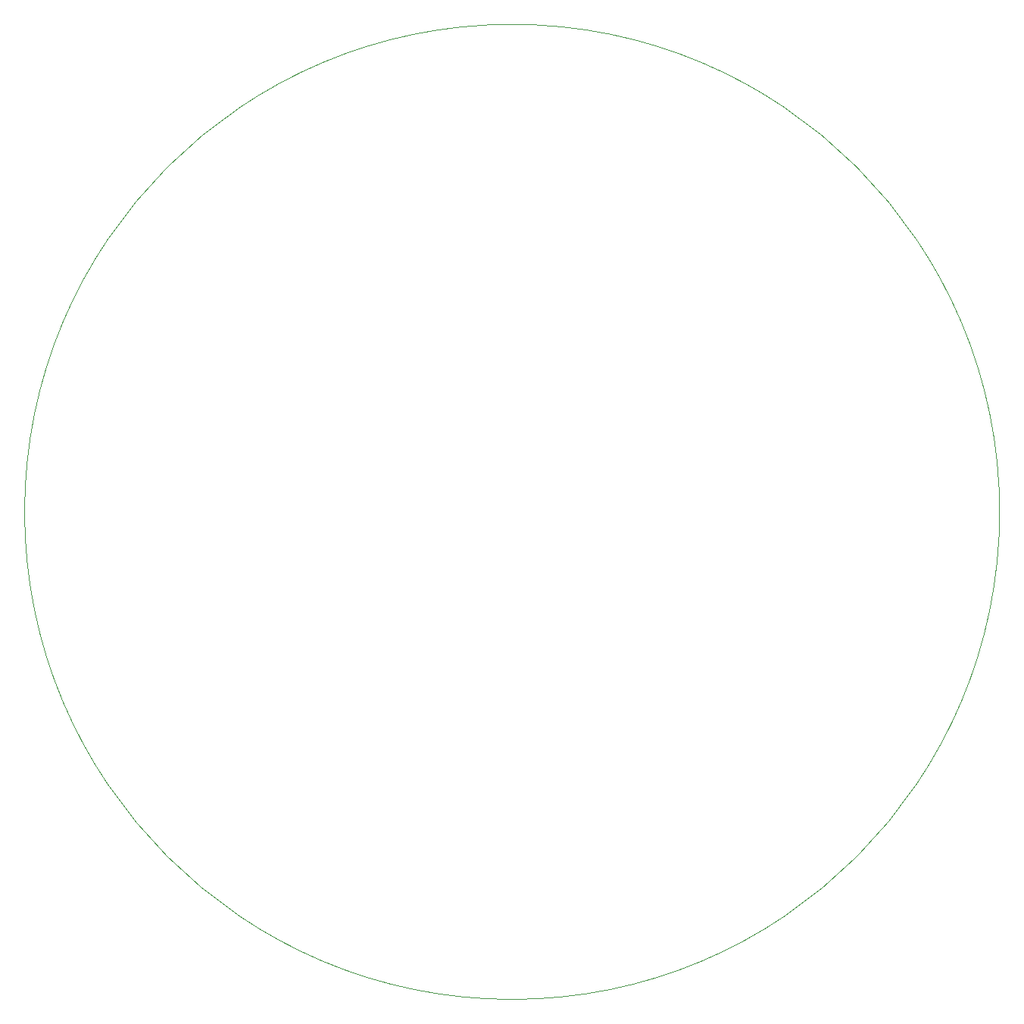
<source format=gm1>
G04 #@! TF.GenerationSoftware,KiCad,Pcbnew,(5.1.4)-1*
G04 #@! TF.CreationDate,2020-07-01T14:45:24+05:30*
G04 #@! TF.ProjectId,ClockTimer2,436c6f63-6b54-4696-9d65-72322e6b6963,rev?*
G04 #@! TF.SameCoordinates,Original*
G04 #@! TF.FileFunction,Profile,NP*
%FSLAX46Y46*%
G04 Gerber Fmt 4.6, Leading zero omitted, Abs format (unit mm)*
G04 Created by KiCad (PCBNEW (5.1.4)-1) date 2020-07-01 14:45:24*
%MOMM*%
%LPD*%
G04 APERTURE LIST*
%ADD10C,0.050000*%
G04 APERTURE END LIST*
D10*
X194197488Y-82550000D02*
G75*
G03X194197488Y-82550000I-54497488J0D01*
G01*
M02*

</source>
